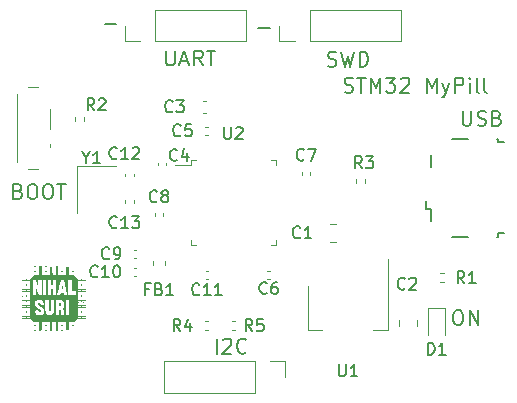
<source format=gbr>
%TF.GenerationSoftware,KiCad,Pcbnew,(6.0.1)*%
%TF.CreationDate,2022-02-23T01:52:36+01:00*%
%TF.ProjectId,stm32myPill,73746d33-326d-4795-9069-6c6c2e6b6963,rev?*%
%TF.SameCoordinates,Original*%
%TF.FileFunction,Legend,Top*%
%TF.FilePolarity,Positive*%
%FSLAX46Y46*%
G04 Gerber Fmt 4.6, Leading zero omitted, Abs format (unit mm)*
G04 Created by KiCad (PCBNEW (6.0.1)) date 2022-02-23 01:52:36*
%MOMM*%
%LPD*%
G01*
G04 APERTURE LIST*
%ADD10C,0.200000*%
%ADD11C,0.150000*%
%ADD12C,0.120000*%
G04 APERTURE END LIST*
D10*
X116926190Y-89115476D02*
X117164285Y-89115476D01*
X117283333Y-89175000D01*
X117402380Y-89294047D01*
X117461904Y-89532142D01*
X117461904Y-89948809D01*
X117402380Y-90186904D01*
X117283333Y-90305952D01*
X117164285Y-90365476D01*
X116926190Y-90365476D01*
X116807142Y-90305952D01*
X116688095Y-90186904D01*
X116628571Y-89948809D01*
X116628571Y-89532142D01*
X116688095Y-89294047D01*
X116807142Y-89175000D01*
X116926190Y-89115476D01*
X117997619Y-90365476D02*
X117997619Y-89115476D01*
X118711904Y-90365476D01*
X118711904Y-89115476D01*
X117422619Y-72215476D02*
X117422619Y-73227380D01*
X117482142Y-73346428D01*
X117541666Y-73405952D01*
X117660714Y-73465476D01*
X117898809Y-73465476D01*
X118017857Y-73405952D01*
X118077380Y-73346428D01*
X118136904Y-73227380D01*
X118136904Y-72215476D01*
X118672619Y-73405952D02*
X118851190Y-73465476D01*
X119148809Y-73465476D01*
X119267857Y-73405952D01*
X119327380Y-73346428D01*
X119386904Y-73227380D01*
X119386904Y-73108333D01*
X119327380Y-72989285D01*
X119267857Y-72929761D01*
X119148809Y-72870238D01*
X118910714Y-72810714D01*
X118791666Y-72751190D01*
X118732142Y-72691666D01*
X118672619Y-72572619D01*
X118672619Y-72453571D01*
X118732142Y-72334523D01*
X118791666Y-72275000D01*
X118910714Y-72215476D01*
X119208333Y-72215476D01*
X119386904Y-72275000D01*
X120339285Y-72810714D02*
X120517857Y-72870238D01*
X120577380Y-72929761D01*
X120636904Y-73048809D01*
X120636904Y-73227380D01*
X120577380Y-73346428D01*
X120517857Y-73405952D01*
X120398809Y-73465476D01*
X119922619Y-73465476D01*
X119922619Y-72215476D01*
X120339285Y-72215476D01*
X120458333Y-72275000D01*
X120517857Y-72334523D01*
X120577380Y-72453571D01*
X120577380Y-72572619D01*
X120517857Y-72691666D01*
X120458333Y-72751190D01*
X120339285Y-72810714D01*
X119922619Y-72810714D01*
X107417857Y-70605952D02*
X107596428Y-70665476D01*
X107894047Y-70665476D01*
X108013095Y-70605952D01*
X108072619Y-70546428D01*
X108132142Y-70427380D01*
X108132142Y-70308333D01*
X108072619Y-70189285D01*
X108013095Y-70129761D01*
X107894047Y-70070238D01*
X107655952Y-70010714D01*
X107536904Y-69951190D01*
X107477380Y-69891666D01*
X107417857Y-69772619D01*
X107417857Y-69653571D01*
X107477380Y-69534523D01*
X107536904Y-69475000D01*
X107655952Y-69415476D01*
X107953571Y-69415476D01*
X108132142Y-69475000D01*
X108489285Y-69415476D02*
X109203571Y-69415476D01*
X108846428Y-70665476D02*
X108846428Y-69415476D01*
X109620238Y-70665476D02*
X109620238Y-69415476D01*
X110036904Y-70308333D01*
X110453571Y-69415476D01*
X110453571Y-70665476D01*
X110929761Y-69415476D02*
X111703571Y-69415476D01*
X111286904Y-69891666D01*
X111465476Y-69891666D01*
X111584523Y-69951190D01*
X111644047Y-70010714D01*
X111703571Y-70129761D01*
X111703571Y-70427380D01*
X111644047Y-70546428D01*
X111584523Y-70605952D01*
X111465476Y-70665476D01*
X111108333Y-70665476D01*
X110989285Y-70605952D01*
X110929761Y-70546428D01*
X112179761Y-69534523D02*
X112239285Y-69475000D01*
X112358333Y-69415476D01*
X112655952Y-69415476D01*
X112775000Y-69475000D01*
X112834523Y-69534523D01*
X112894047Y-69653571D01*
X112894047Y-69772619D01*
X112834523Y-69951190D01*
X112120238Y-70665476D01*
X112894047Y-70665476D01*
X114382142Y-70665476D02*
X114382142Y-69415476D01*
X114798809Y-70308333D01*
X115215476Y-69415476D01*
X115215476Y-70665476D01*
X115691666Y-69832142D02*
X115989285Y-70665476D01*
X116286904Y-69832142D02*
X115989285Y-70665476D01*
X115870238Y-70963095D01*
X115810714Y-71022619D01*
X115691666Y-71082142D01*
X116763095Y-70665476D02*
X116763095Y-69415476D01*
X117239285Y-69415476D01*
X117358333Y-69475000D01*
X117417857Y-69534523D01*
X117477380Y-69653571D01*
X117477380Y-69832142D01*
X117417857Y-69951190D01*
X117358333Y-70010714D01*
X117239285Y-70070238D01*
X116763095Y-70070238D01*
X118013095Y-70665476D02*
X118013095Y-69832142D01*
X118013095Y-69415476D02*
X117953571Y-69475000D01*
X118013095Y-69534523D01*
X118072619Y-69475000D01*
X118013095Y-69415476D01*
X118013095Y-69534523D01*
X118786904Y-70665476D02*
X118667857Y-70605952D01*
X118608333Y-70486904D01*
X118608333Y-69415476D01*
X119441666Y-70665476D02*
X119322619Y-70605952D01*
X119263095Y-70486904D01*
X119263095Y-69415476D01*
X92305952Y-67115476D02*
X92305952Y-68127380D01*
X92365476Y-68246428D01*
X92425000Y-68305952D01*
X92544047Y-68365476D01*
X92782142Y-68365476D01*
X92901190Y-68305952D01*
X92960714Y-68246428D01*
X93020238Y-68127380D01*
X93020238Y-67115476D01*
X93555952Y-68008333D02*
X94151190Y-68008333D01*
X93436904Y-68365476D02*
X93853571Y-67115476D01*
X94270238Y-68365476D01*
X95401190Y-68365476D02*
X94984523Y-67770238D01*
X94686904Y-68365476D02*
X94686904Y-67115476D01*
X95163095Y-67115476D01*
X95282142Y-67175000D01*
X95341666Y-67234523D01*
X95401190Y-67353571D01*
X95401190Y-67532142D01*
X95341666Y-67651190D01*
X95282142Y-67710714D01*
X95163095Y-67770238D01*
X94686904Y-67770238D01*
X95758333Y-67115476D02*
X96472619Y-67115476D01*
X96115476Y-68365476D02*
X96115476Y-67115476D01*
X79803571Y-79010714D02*
X79982142Y-79070238D01*
X80041666Y-79129761D01*
X80101190Y-79248809D01*
X80101190Y-79427380D01*
X80041666Y-79546428D01*
X79982142Y-79605952D01*
X79863095Y-79665476D01*
X79386904Y-79665476D01*
X79386904Y-78415476D01*
X79803571Y-78415476D01*
X79922619Y-78475000D01*
X79982142Y-78534523D01*
X80041666Y-78653571D01*
X80041666Y-78772619D01*
X79982142Y-78891666D01*
X79922619Y-78951190D01*
X79803571Y-79010714D01*
X79386904Y-79010714D01*
X80875000Y-78415476D02*
X81113095Y-78415476D01*
X81232142Y-78475000D01*
X81351190Y-78594047D01*
X81410714Y-78832142D01*
X81410714Y-79248809D01*
X81351190Y-79486904D01*
X81232142Y-79605952D01*
X81113095Y-79665476D01*
X80875000Y-79665476D01*
X80755952Y-79605952D01*
X80636904Y-79486904D01*
X80577380Y-79248809D01*
X80577380Y-78832142D01*
X80636904Y-78594047D01*
X80755952Y-78475000D01*
X80875000Y-78415476D01*
X82184523Y-78415476D02*
X82422619Y-78415476D01*
X82541666Y-78475000D01*
X82660714Y-78594047D01*
X82720238Y-78832142D01*
X82720238Y-79248809D01*
X82660714Y-79486904D01*
X82541666Y-79605952D01*
X82422619Y-79665476D01*
X82184523Y-79665476D01*
X82065476Y-79605952D01*
X81946428Y-79486904D01*
X81886904Y-79248809D01*
X81886904Y-78832142D01*
X81946428Y-78594047D01*
X82065476Y-78475000D01*
X82184523Y-78415476D01*
X83077380Y-78415476D02*
X83791666Y-78415476D01*
X83434523Y-79665476D02*
X83434523Y-78415476D01*
X87123809Y-64889285D02*
X88076190Y-64889285D01*
X106003571Y-68405952D02*
X106182142Y-68465476D01*
X106479761Y-68465476D01*
X106598809Y-68405952D01*
X106658333Y-68346428D01*
X106717857Y-68227380D01*
X106717857Y-68108333D01*
X106658333Y-67989285D01*
X106598809Y-67929761D01*
X106479761Y-67870238D01*
X106241666Y-67810714D01*
X106122619Y-67751190D01*
X106063095Y-67691666D01*
X106003571Y-67572619D01*
X106003571Y-67453571D01*
X106063095Y-67334523D01*
X106122619Y-67275000D01*
X106241666Y-67215476D01*
X106539285Y-67215476D01*
X106717857Y-67275000D01*
X107134523Y-67215476D02*
X107432142Y-68465476D01*
X107670238Y-67572619D01*
X107908333Y-68465476D01*
X108205952Y-67215476D01*
X108682142Y-68465476D02*
X108682142Y-67215476D01*
X108979761Y-67215476D01*
X109158333Y-67275000D01*
X109277380Y-67394047D01*
X109336904Y-67513095D01*
X109396428Y-67751190D01*
X109396428Y-67929761D01*
X109336904Y-68167857D01*
X109277380Y-68286904D01*
X109158333Y-68405952D01*
X108979761Y-68465476D01*
X108682142Y-68465476D01*
X96579761Y-92765476D02*
X96579761Y-91515476D01*
X97115476Y-91634523D02*
X97175000Y-91575000D01*
X97294047Y-91515476D01*
X97591666Y-91515476D01*
X97710714Y-91575000D01*
X97770238Y-91634523D01*
X97829761Y-91753571D01*
X97829761Y-91872619D01*
X97770238Y-92051190D01*
X97055952Y-92765476D01*
X97829761Y-92765476D01*
X99079761Y-92646428D02*
X99020238Y-92705952D01*
X98841666Y-92765476D01*
X98722619Y-92765476D01*
X98544047Y-92705952D01*
X98425000Y-92586904D01*
X98365476Y-92467857D01*
X98305952Y-92229761D01*
X98305952Y-92051190D01*
X98365476Y-91813095D01*
X98425000Y-91694047D01*
X98544047Y-91575000D01*
X98722619Y-91515476D01*
X98841666Y-91515476D01*
X99020238Y-91575000D01*
X99079761Y-91634523D01*
X100123809Y-65189285D02*
X101076190Y-65189285D01*
D11*
%TO.C,U1*%
X106934095Y-93686380D02*
X106934095Y-94495904D01*
X106981714Y-94591142D01*
X107029333Y-94638761D01*
X107124571Y-94686380D01*
X107315047Y-94686380D01*
X107410285Y-94638761D01*
X107457904Y-94591142D01*
X107505523Y-94495904D01*
X107505523Y-93686380D01*
X108505523Y-94686380D02*
X107934095Y-94686380D01*
X108219809Y-94686380D02*
X108219809Y-93686380D01*
X108124571Y-93829238D01*
X108029333Y-93924476D01*
X107934095Y-93972095D01*
%TO.C,C6*%
X100833333Y-87623142D02*
X100785714Y-87670761D01*
X100642857Y-87718380D01*
X100547619Y-87718380D01*
X100404761Y-87670761D01*
X100309523Y-87575523D01*
X100261904Y-87480285D01*
X100214285Y-87289809D01*
X100214285Y-87146952D01*
X100261904Y-86956476D01*
X100309523Y-86861238D01*
X100404761Y-86766000D01*
X100547619Y-86718380D01*
X100642857Y-86718380D01*
X100785714Y-86766000D01*
X100833333Y-86813619D01*
X101690476Y-86718380D02*
X101500000Y-86718380D01*
X101404761Y-86766000D01*
X101357142Y-86813619D01*
X101261904Y-86956476D01*
X101214285Y-87146952D01*
X101214285Y-87527904D01*
X101261904Y-87623142D01*
X101309523Y-87670761D01*
X101404761Y-87718380D01*
X101595238Y-87718380D01*
X101690476Y-87670761D01*
X101738095Y-87623142D01*
X101785714Y-87527904D01*
X101785714Y-87289809D01*
X101738095Y-87194571D01*
X101690476Y-87146952D01*
X101595238Y-87099333D01*
X101404761Y-87099333D01*
X101309523Y-87146952D01*
X101261904Y-87194571D01*
X101214285Y-87289809D01*
%TO.C,C4*%
X93233333Y-76357142D02*
X93185714Y-76404761D01*
X93042857Y-76452380D01*
X92947619Y-76452380D01*
X92804761Y-76404761D01*
X92709523Y-76309523D01*
X92661904Y-76214285D01*
X92614285Y-76023809D01*
X92614285Y-75880952D01*
X92661904Y-75690476D01*
X92709523Y-75595238D01*
X92804761Y-75500000D01*
X92947619Y-75452380D01*
X93042857Y-75452380D01*
X93185714Y-75500000D01*
X93233333Y-75547619D01*
X94090476Y-75785714D02*
X94090476Y-76452380D01*
X93852380Y-75404761D02*
X93614285Y-76119047D01*
X94233333Y-76119047D01*
%TO.C,C11*%
X95115142Y-87733142D02*
X95067523Y-87780761D01*
X94924666Y-87828380D01*
X94829428Y-87828380D01*
X94686571Y-87780761D01*
X94591333Y-87685523D01*
X94543714Y-87590285D01*
X94496095Y-87399809D01*
X94496095Y-87256952D01*
X94543714Y-87066476D01*
X94591333Y-86971238D01*
X94686571Y-86876000D01*
X94829428Y-86828380D01*
X94924666Y-86828380D01*
X95067523Y-86876000D01*
X95115142Y-86923619D01*
X96067523Y-87828380D02*
X95496095Y-87828380D01*
X95781809Y-87828380D02*
X95781809Y-86828380D01*
X95686571Y-86971238D01*
X95591333Y-87066476D01*
X95496095Y-87114095D01*
X97019904Y-87828380D02*
X96448476Y-87828380D01*
X96734190Y-87828380D02*
X96734190Y-86828380D01*
X96638952Y-86971238D01*
X96543714Y-87066476D01*
X96448476Y-87114095D01*
%TO.C,C9*%
X87491333Y-84685142D02*
X87443714Y-84732761D01*
X87300857Y-84780380D01*
X87205619Y-84780380D01*
X87062761Y-84732761D01*
X86967523Y-84637523D01*
X86919904Y-84542285D01*
X86872285Y-84351809D01*
X86872285Y-84208952D01*
X86919904Y-84018476D01*
X86967523Y-83923238D01*
X87062761Y-83828000D01*
X87205619Y-83780380D01*
X87300857Y-83780380D01*
X87443714Y-83828000D01*
X87491333Y-83875619D01*
X87967523Y-84780380D02*
X88158000Y-84780380D01*
X88253238Y-84732761D01*
X88300857Y-84685142D01*
X88396095Y-84542285D01*
X88443714Y-84351809D01*
X88443714Y-83970857D01*
X88396095Y-83875619D01*
X88348476Y-83828000D01*
X88253238Y-83780380D01*
X88062761Y-83780380D01*
X87967523Y-83828000D01*
X87919904Y-83875619D01*
X87872285Y-83970857D01*
X87872285Y-84208952D01*
X87919904Y-84304190D01*
X87967523Y-84351809D01*
X88062761Y-84399428D01*
X88253238Y-84399428D01*
X88348476Y-84351809D01*
X88396095Y-84304190D01*
X88443714Y-84208952D01*
%TO.C,C2*%
X112533333Y-87257142D02*
X112485714Y-87304761D01*
X112342857Y-87352380D01*
X112247619Y-87352380D01*
X112104761Y-87304761D01*
X112009523Y-87209523D01*
X111961904Y-87114285D01*
X111914285Y-86923809D01*
X111914285Y-86780952D01*
X111961904Y-86590476D01*
X112009523Y-86495238D01*
X112104761Y-86400000D01*
X112247619Y-86352380D01*
X112342857Y-86352380D01*
X112485714Y-86400000D01*
X112533333Y-86447619D01*
X112914285Y-86447619D02*
X112961904Y-86400000D01*
X113057142Y-86352380D01*
X113295238Y-86352380D01*
X113390476Y-86400000D01*
X113438095Y-86447619D01*
X113485714Y-86542857D01*
X113485714Y-86638095D01*
X113438095Y-86780952D01*
X112866666Y-87352380D01*
X113485714Y-87352380D01*
%TO.C,D1*%
X114461904Y-92852380D02*
X114461904Y-91852380D01*
X114700000Y-91852380D01*
X114842857Y-91900000D01*
X114938095Y-91995238D01*
X114985714Y-92090476D01*
X115033333Y-92280952D01*
X115033333Y-92423809D01*
X114985714Y-92614285D01*
X114938095Y-92709523D01*
X114842857Y-92804761D01*
X114700000Y-92852380D01*
X114461904Y-92852380D01*
X115985714Y-92852380D02*
X115414285Y-92852380D01*
X115700000Y-92852380D02*
X115700000Y-91852380D01*
X115604761Y-91995238D01*
X115509523Y-92090476D01*
X115414285Y-92138095D01*
%TO.C,C10*%
X86507142Y-86209142D02*
X86459523Y-86256761D01*
X86316666Y-86304380D01*
X86221428Y-86304380D01*
X86078571Y-86256761D01*
X85983333Y-86161523D01*
X85935714Y-86066285D01*
X85888095Y-85875809D01*
X85888095Y-85732952D01*
X85935714Y-85542476D01*
X85983333Y-85447238D01*
X86078571Y-85352000D01*
X86221428Y-85304380D01*
X86316666Y-85304380D01*
X86459523Y-85352000D01*
X86507142Y-85399619D01*
X87459523Y-86304380D02*
X86888095Y-86304380D01*
X87173809Y-86304380D02*
X87173809Y-85304380D01*
X87078571Y-85447238D01*
X86983333Y-85542476D01*
X86888095Y-85590095D01*
X88078571Y-85304380D02*
X88173809Y-85304380D01*
X88269047Y-85352000D01*
X88316666Y-85399619D01*
X88364285Y-85494857D01*
X88411904Y-85685333D01*
X88411904Y-85923428D01*
X88364285Y-86113904D01*
X88316666Y-86209142D01*
X88269047Y-86256761D01*
X88173809Y-86304380D01*
X88078571Y-86304380D01*
X87983333Y-86256761D01*
X87935714Y-86209142D01*
X87888095Y-86113904D01*
X87840476Y-85923428D01*
X87840476Y-85685333D01*
X87888095Y-85494857D01*
X87935714Y-85399619D01*
X87983333Y-85352000D01*
X88078571Y-85304380D01*
%TO.C,U2*%
X97210095Y-73602380D02*
X97210095Y-74411904D01*
X97257714Y-74507142D01*
X97305333Y-74554761D01*
X97400571Y-74602380D01*
X97591047Y-74602380D01*
X97686285Y-74554761D01*
X97733904Y-74507142D01*
X97781523Y-74411904D01*
X97781523Y-73602380D01*
X98210095Y-73697619D02*
X98257714Y-73650000D01*
X98352952Y-73602380D01*
X98591047Y-73602380D01*
X98686285Y-73650000D01*
X98733904Y-73697619D01*
X98781523Y-73792857D01*
X98781523Y-73888095D01*
X98733904Y-74030952D01*
X98162476Y-74602380D01*
X98781523Y-74602380D01*
%TO.C,R3*%
X108887333Y-77068380D02*
X108554000Y-76592190D01*
X108315904Y-77068380D02*
X108315904Y-76068380D01*
X108696857Y-76068380D01*
X108792095Y-76116000D01*
X108839714Y-76163619D01*
X108887333Y-76258857D01*
X108887333Y-76401714D01*
X108839714Y-76496952D01*
X108792095Y-76544571D01*
X108696857Y-76592190D01*
X108315904Y-76592190D01*
X109220666Y-76068380D02*
X109839714Y-76068380D01*
X109506380Y-76449333D01*
X109649238Y-76449333D01*
X109744476Y-76496952D01*
X109792095Y-76544571D01*
X109839714Y-76639809D01*
X109839714Y-76877904D01*
X109792095Y-76973142D01*
X109744476Y-77020761D01*
X109649238Y-77068380D01*
X109363523Y-77068380D01*
X109268285Y-77020761D01*
X109220666Y-76973142D01*
%TO.C,C1*%
X103653333Y-82907142D02*
X103605714Y-82954761D01*
X103462857Y-83002380D01*
X103367619Y-83002380D01*
X103224761Y-82954761D01*
X103129523Y-82859523D01*
X103081904Y-82764285D01*
X103034285Y-82573809D01*
X103034285Y-82430952D01*
X103081904Y-82240476D01*
X103129523Y-82145238D01*
X103224761Y-82050000D01*
X103367619Y-82002380D01*
X103462857Y-82002380D01*
X103605714Y-82050000D01*
X103653333Y-82097619D01*
X104605714Y-83002380D02*
X104034285Y-83002380D01*
X104320000Y-83002380D02*
X104320000Y-82002380D01*
X104224761Y-82145238D01*
X104129523Y-82240476D01*
X104034285Y-82288095D01*
%TO.C,C12*%
X88131142Y-76209142D02*
X88083523Y-76256761D01*
X87940666Y-76304380D01*
X87845428Y-76304380D01*
X87702571Y-76256761D01*
X87607333Y-76161523D01*
X87559714Y-76066285D01*
X87512095Y-75875809D01*
X87512095Y-75732952D01*
X87559714Y-75542476D01*
X87607333Y-75447238D01*
X87702571Y-75352000D01*
X87845428Y-75304380D01*
X87940666Y-75304380D01*
X88083523Y-75352000D01*
X88131142Y-75399619D01*
X89083523Y-76304380D02*
X88512095Y-76304380D01*
X88797809Y-76304380D02*
X88797809Y-75304380D01*
X88702571Y-75447238D01*
X88607333Y-75542476D01*
X88512095Y-75590095D01*
X89464476Y-75399619D02*
X89512095Y-75352000D01*
X89607333Y-75304380D01*
X89845428Y-75304380D01*
X89940666Y-75352000D01*
X89988285Y-75399619D01*
X90035904Y-75494857D01*
X90035904Y-75590095D01*
X89988285Y-75732952D01*
X89416857Y-76304380D01*
X90035904Y-76304380D01*
%TO.C,R1*%
X117555333Y-86812380D02*
X117222000Y-86336190D01*
X116983904Y-86812380D02*
X116983904Y-85812380D01*
X117364857Y-85812380D01*
X117460095Y-85860000D01*
X117507714Y-85907619D01*
X117555333Y-86002857D01*
X117555333Y-86145714D01*
X117507714Y-86240952D01*
X117460095Y-86288571D01*
X117364857Y-86336190D01*
X116983904Y-86336190D01*
X118507714Y-86812380D02*
X117936285Y-86812380D01*
X118222000Y-86812380D02*
X118222000Y-85812380D01*
X118126761Y-85955238D01*
X118031523Y-86050476D01*
X117936285Y-86098095D01*
%TO.C,C3*%
X92853333Y-72239142D02*
X92805714Y-72286761D01*
X92662857Y-72334380D01*
X92567619Y-72334380D01*
X92424761Y-72286761D01*
X92329523Y-72191523D01*
X92281904Y-72096285D01*
X92234285Y-71905809D01*
X92234285Y-71762952D01*
X92281904Y-71572476D01*
X92329523Y-71477238D01*
X92424761Y-71382000D01*
X92567619Y-71334380D01*
X92662857Y-71334380D01*
X92805714Y-71382000D01*
X92853333Y-71429619D01*
X93186666Y-71334380D02*
X93805714Y-71334380D01*
X93472380Y-71715333D01*
X93615238Y-71715333D01*
X93710476Y-71762952D01*
X93758095Y-71810571D01*
X93805714Y-71905809D01*
X93805714Y-72143904D01*
X93758095Y-72239142D01*
X93710476Y-72286761D01*
X93615238Y-72334380D01*
X93329523Y-72334380D01*
X93234285Y-72286761D01*
X93186666Y-72239142D01*
%TO.C,Y1*%
X85523809Y-76176190D02*
X85523809Y-76652380D01*
X85190476Y-75652380D02*
X85523809Y-76176190D01*
X85857142Y-75652380D01*
X86714285Y-76652380D02*
X86142857Y-76652380D01*
X86428571Y-76652380D02*
X86428571Y-75652380D01*
X86333333Y-75795238D01*
X86238095Y-75890476D01*
X86142857Y-75938095D01*
%TO.C,R2*%
X86233333Y-72162380D02*
X85900000Y-71686190D01*
X85661904Y-72162380D02*
X85661904Y-71162380D01*
X86042857Y-71162380D01*
X86138095Y-71210000D01*
X86185714Y-71257619D01*
X86233333Y-71352857D01*
X86233333Y-71495714D01*
X86185714Y-71590952D01*
X86138095Y-71638571D01*
X86042857Y-71686190D01*
X85661904Y-71686190D01*
X86614285Y-71257619D02*
X86661904Y-71210000D01*
X86757142Y-71162380D01*
X86995238Y-71162380D01*
X87090476Y-71210000D01*
X87138095Y-71257619D01*
X87185714Y-71352857D01*
X87185714Y-71448095D01*
X87138095Y-71590952D01*
X86566666Y-72162380D01*
X87185714Y-72162380D01*
%TO.C,R4*%
X93515333Y-90868380D02*
X93182000Y-90392190D01*
X92943904Y-90868380D02*
X92943904Y-89868380D01*
X93324857Y-89868380D01*
X93420095Y-89916000D01*
X93467714Y-89963619D01*
X93515333Y-90058857D01*
X93515333Y-90201714D01*
X93467714Y-90296952D01*
X93420095Y-90344571D01*
X93324857Y-90392190D01*
X92943904Y-90392190D01*
X94372476Y-90201714D02*
X94372476Y-90868380D01*
X94134380Y-89820761D02*
X93896285Y-90535047D01*
X94515333Y-90535047D01*
%TO.C,C8*%
X91527333Y-79861142D02*
X91479714Y-79908761D01*
X91336857Y-79956380D01*
X91241619Y-79956380D01*
X91098761Y-79908761D01*
X91003523Y-79813523D01*
X90955904Y-79718285D01*
X90908285Y-79527809D01*
X90908285Y-79384952D01*
X90955904Y-79194476D01*
X91003523Y-79099238D01*
X91098761Y-79004000D01*
X91241619Y-78956380D01*
X91336857Y-78956380D01*
X91479714Y-79004000D01*
X91527333Y-79051619D01*
X92098761Y-79384952D02*
X92003523Y-79337333D01*
X91955904Y-79289714D01*
X91908285Y-79194476D01*
X91908285Y-79146857D01*
X91955904Y-79051619D01*
X92003523Y-79004000D01*
X92098761Y-78956380D01*
X92289238Y-78956380D01*
X92384476Y-79004000D01*
X92432095Y-79051619D01*
X92479714Y-79146857D01*
X92479714Y-79194476D01*
X92432095Y-79289714D01*
X92384476Y-79337333D01*
X92289238Y-79384952D01*
X92098761Y-79384952D01*
X92003523Y-79432571D01*
X91955904Y-79480190D01*
X91908285Y-79575428D01*
X91908285Y-79765904D01*
X91955904Y-79861142D01*
X92003523Y-79908761D01*
X92098761Y-79956380D01*
X92289238Y-79956380D01*
X92384476Y-79908761D01*
X92432095Y-79861142D01*
X92479714Y-79765904D01*
X92479714Y-79575428D01*
X92432095Y-79480190D01*
X92384476Y-79432571D01*
X92289238Y-79384952D01*
%TO.C,C7*%
X103973333Y-76333142D02*
X103925714Y-76380761D01*
X103782857Y-76428380D01*
X103687619Y-76428380D01*
X103544761Y-76380761D01*
X103449523Y-76285523D01*
X103401904Y-76190285D01*
X103354285Y-75999809D01*
X103354285Y-75856952D01*
X103401904Y-75666476D01*
X103449523Y-75571238D01*
X103544761Y-75476000D01*
X103687619Y-75428380D01*
X103782857Y-75428380D01*
X103925714Y-75476000D01*
X103973333Y-75523619D01*
X104306666Y-75428380D02*
X104973333Y-75428380D01*
X104544761Y-76428380D01*
%TO.C,FB1*%
X90860666Y-87304571D02*
X90527333Y-87304571D01*
X90527333Y-87828380D02*
X90527333Y-86828380D01*
X91003523Y-86828380D01*
X91717809Y-87304571D02*
X91860666Y-87352190D01*
X91908285Y-87399809D01*
X91955904Y-87495047D01*
X91955904Y-87637904D01*
X91908285Y-87733142D01*
X91860666Y-87780761D01*
X91765428Y-87828380D01*
X91384476Y-87828380D01*
X91384476Y-86828380D01*
X91717809Y-86828380D01*
X91813047Y-86876000D01*
X91860666Y-86923619D01*
X91908285Y-87018857D01*
X91908285Y-87114095D01*
X91860666Y-87209333D01*
X91813047Y-87256952D01*
X91717809Y-87304571D01*
X91384476Y-87304571D01*
X92908285Y-87828380D02*
X92336857Y-87828380D01*
X92622571Y-87828380D02*
X92622571Y-86828380D01*
X92527333Y-86971238D01*
X92432095Y-87066476D01*
X92336857Y-87114095D01*
%TO.C,R5*%
X99609333Y-90868380D02*
X99276000Y-90392190D01*
X99037904Y-90868380D02*
X99037904Y-89868380D01*
X99418857Y-89868380D01*
X99514095Y-89916000D01*
X99561714Y-89963619D01*
X99609333Y-90058857D01*
X99609333Y-90201714D01*
X99561714Y-90296952D01*
X99514095Y-90344571D01*
X99418857Y-90392190D01*
X99037904Y-90392190D01*
X100514095Y-89868380D02*
X100037904Y-89868380D01*
X99990285Y-90344571D01*
X100037904Y-90296952D01*
X100133142Y-90249333D01*
X100371238Y-90249333D01*
X100466476Y-90296952D01*
X100514095Y-90344571D01*
X100561714Y-90439809D01*
X100561714Y-90677904D01*
X100514095Y-90773142D01*
X100466476Y-90820761D01*
X100371238Y-90868380D01*
X100133142Y-90868380D01*
X100037904Y-90820761D01*
X99990285Y-90773142D01*
%TO.C,C13*%
X88131142Y-82051142D02*
X88083523Y-82098761D01*
X87940666Y-82146380D01*
X87845428Y-82146380D01*
X87702571Y-82098761D01*
X87607333Y-82003523D01*
X87559714Y-81908285D01*
X87512095Y-81717809D01*
X87512095Y-81574952D01*
X87559714Y-81384476D01*
X87607333Y-81289238D01*
X87702571Y-81194000D01*
X87845428Y-81146380D01*
X87940666Y-81146380D01*
X88083523Y-81194000D01*
X88131142Y-81241619D01*
X89083523Y-82146380D02*
X88512095Y-82146380D01*
X88797809Y-82146380D02*
X88797809Y-81146380D01*
X88702571Y-81289238D01*
X88607333Y-81384476D01*
X88512095Y-81432095D01*
X89416857Y-81146380D02*
X90035904Y-81146380D01*
X89702571Y-81527333D01*
X89845428Y-81527333D01*
X89940666Y-81574952D01*
X89988285Y-81622571D01*
X90035904Y-81717809D01*
X90035904Y-81955904D01*
X89988285Y-82051142D01*
X89940666Y-82098761D01*
X89845428Y-82146380D01*
X89559714Y-82146380D01*
X89464476Y-82098761D01*
X89416857Y-82051142D01*
%TO.C,C5*%
X93531333Y-74271142D02*
X93483714Y-74318761D01*
X93340857Y-74366380D01*
X93245619Y-74366380D01*
X93102761Y-74318761D01*
X93007523Y-74223523D01*
X92959904Y-74128285D01*
X92912285Y-73937809D01*
X92912285Y-73794952D01*
X92959904Y-73604476D01*
X93007523Y-73509238D01*
X93102761Y-73414000D01*
X93245619Y-73366380D01*
X93340857Y-73366380D01*
X93483714Y-73414000D01*
X93531333Y-73461619D01*
X94436095Y-73366380D02*
X93959904Y-73366380D01*
X93912285Y-73842571D01*
X93959904Y-73794952D01*
X94055142Y-73747333D01*
X94293238Y-73747333D01*
X94388476Y-73794952D01*
X94436095Y-73842571D01*
X94483714Y-73937809D01*
X94483714Y-74175904D01*
X94436095Y-74271142D01*
X94388476Y-74318761D01*
X94293238Y-74366380D01*
X94055142Y-74366380D01*
X93959904Y-74318761D01*
X93912285Y-74271142D01*
D12*
%TO.C,U1*%
X111106000Y-84800000D02*
X111106000Y-90810000D01*
X104286000Y-87050000D02*
X104286000Y-90810000D01*
X111106000Y-90810000D02*
X109846000Y-90810000D01*
X104286000Y-90810000D02*
X105546000Y-90810000D01*
%TO.C,C6*%
X101107836Y-86466000D02*
X100892164Y-86466000D01*
X101107836Y-85746000D02*
X100892164Y-85746000D01*
D11*
%TO.C,J1*%
X114745000Y-80545000D02*
X114745000Y-81545000D01*
X120445000Y-82895000D02*
X120445000Y-82595000D01*
X116495000Y-82895000D02*
X117895000Y-82895000D01*
X114320000Y-79820000D02*
X114320000Y-80545000D01*
X120295000Y-82895000D02*
X120445000Y-82895000D01*
X117895000Y-74595000D02*
X116495000Y-74595000D01*
X120445000Y-74895000D02*
X120445000Y-74595000D01*
X120445000Y-74595000D02*
X120295000Y-74595000D01*
X120445000Y-82595000D02*
X120895000Y-82595000D01*
X120895000Y-74895000D02*
X120445000Y-74895000D01*
X114745000Y-76945000D02*
X114745000Y-75945000D01*
X114320000Y-80545000D02*
X114745000Y-80545000D01*
%TO.C,G\u002A\u002A\u002A*%
G36*
X83344731Y-88517233D02*
G01*
X83371753Y-88521997D01*
X83389835Y-88532784D01*
X83403287Y-88547791D01*
X83423133Y-88588339D01*
X83429331Y-88636063D01*
X83422034Y-88681995D01*
X83401395Y-88717162D01*
X83400384Y-88718134D01*
X83378582Y-88733616D01*
X83350225Y-88741622D01*
X83307340Y-88744191D01*
X83298352Y-88744234D01*
X83224102Y-88744234D01*
X83224102Y-88516162D01*
X83301255Y-88516162D01*
X83344731Y-88517233D01*
G37*
G36*
X84318309Y-90118667D02*
G01*
X84070368Y-90118667D01*
X84064366Y-90466777D01*
X84058365Y-90814886D01*
X83866304Y-90814886D01*
X83862648Y-90602819D01*
X83896313Y-90602819D01*
X83896901Y-90663742D01*
X83898514Y-90715897D01*
X83900925Y-90754662D01*
X83903908Y-90775415D01*
X83904869Y-90777428D01*
X83921078Y-90781858D01*
X83952031Y-90783086D01*
X83967889Y-90782429D01*
X84022353Y-90778875D01*
X84025684Y-90607821D01*
X84029014Y-90436767D01*
X83896313Y-90436767D01*
X83896313Y-90602819D01*
X83862648Y-90602819D01*
X83860302Y-90466777D01*
X83858888Y-90388752D01*
X83895527Y-90388752D01*
X84029141Y-90388752D01*
X84025747Y-90253710D01*
X84022353Y-90118667D01*
X83902315Y-90118667D01*
X83898921Y-90253710D01*
X83895527Y-90388752D01*
X83858888Y-90388752D01*
X83858476Y-90366049D01*
X83856738Y-90286794D01*
X83854892Y-90226480D01*
X83852739Y-90182573D01*
X83850083Y-90152542D01*
X83846725Y-90133852D01*
X83842470Y-90123972D01*
X83837119Y-90120369D01*
X83833294Y-90120167D01*
X83812264Y-90121003D01*
X83774065Y-90121950D01*
X83725533Y-90122850D01*
X83704253Y-90123168D01*
X83596219Y-90124669D01*
X83596219Y-90820888D01*
X83506899Y-90820888D01*
X83462881Y-90819514D01*
X83428934Y-90815884D01*
X83411556Y-90810742D01*
X83410803Y-90809925D01*
X83409036Y-90795500D01*
X83408550Y-90784877D01*
X83440170Y-90784877D01*
X83560208Y-90784877D01*
X83560208Y-90436767D01*
X83440170Y-90436767D01*
X83440170Y-90784877D01*
X83408550Y-90784877D01*
X83407421Y-90760233D01*
X83406023Y-90707290D01*
X83404905Y-90639834D01*
X83404133Y-90561032D01*
X83403769Y-90474049D01*
X83403755Y-90461815D01*
X83403696Y-90388752D01*
X83439384Y-90388752D01*
X83560208Y-90388752D01*
X83560208Y-90111350D01*
X83503190Y-90115008D01*
X83446172Y-90118667D01*
X83442778Y-90253710D01*
X83439384Y-90388752D01*
X83403696Y-90388752D01*
X83403482Y-90124669D01*
X83270919Y-90124669D01*
X83213147Y-90124857D01*
X83175284Y-90125988D01*
X83153232Y-90128910D01*
X83142894Y-90134473D01*
X83140172Y-90143525D01*
X83140545Y-90151677D01*
X83141081Y-90170589D01*
X83141470Y-90210043D01*
X83141703Y-90266574D01*
X83141773Y-90336716D01*
X83141670Y-90417005D01*
X83141404Y-90499787D01*
X83140075Y-90820888D01*
X82948015Y-90820888D01*
X82948015Y-90784877D01*
X82984026Y-90784877D01*
X83104064Y-90784877D01*
X83104064Y-90436767D01*
X82984026Y-90436767D01*
X82984026Y-90784877D01*
X82948015Y-90784877D01*
X82948015Y-90388752D01*
X82983240Y-90388752D01*
X83104064Y-90388752D01*
X83104064Y-90111350D01*
X83047046Y-90115008D01*
X82990028Y-90118667D01*
X82986634Y-90253710D01*
X82983240Y-90388752D01*
X82948015Y-90388752D01*
X82948015Y-90127293D01*
X82855850Y-90122639D01*
X82805042Y-90120951D01*
X82758293Y-90120899D01*
X82725240Y-90122482D01*
X82723808Y-90122640D01*
X82683932Y-90127295D01*
X82683932Y-90821898D01*
X82590902Y-90818392D01*
X82497873Y-90814886D01*
X82497356Y-90784877D01*
X82527882Y-90784877D01*
X82647920Y-90784877D01*
X82647920Y-90436767D01*
X82527882Y-90436767D01*
X82527882Y-90784877D01*
X82497356Y-90784877D01*
X82491871Y-90466777D01*
X82490526Y-90388752D01*
X82527096Y-90388752D01*
X82647920Y-90388752D01*
X82647920Y-90111350D01*
X82590902Y-90115008D01*
X82533884Y-90118667D01*
X82530490Y-90253710D01*
X82527096Y-90388752D01*
X82490526Y-90388752D01*
X82485869Y-90118667D01*
X82359830Y-90119071D01*
X82233790Y-90119475D01*
X82230608Y-90470181D01*
X82227425Y-90820888D01*
X82035727Y-90820888D01*
X82035727Y-90784877D01*
X82071739Y-90784877D01*
X82191777Y-90784877D01*
X82191777Y-90436767D01*
X82071739Y-90436767D01*
X82071739Y-90784877D01*
X82035727Y-90784877D01*
X82035727Y-90388752D01*
X82071739Y-90388752D01*
X82191777Y-90388752D01*
X82191777Y-90112665D01*
X82071739Y-90112665D01*
X82071739Y-90388752D01*
X82035727Y-90388752D01*
X82035727Y-90124669D01*
X81942698Y-90123460D01*
X81892423Y-90122635D01*
X81846980Y-90121594D01*
X81815534Y-90120548D01*
X81813658Y-90120459D01*
X81777646Y-90118667D01*
X81771644Y-90466777D01*
X81765642Y-90814886D01*
X81579584Y-90821898D01*
X81579584Y-90784877D01*
X81615595Y-90784877D01*
X81735633Y-90784877D01*
X81735633Y-90436767D01*
X81615595Y-90436767D01*
X81615595Y-90784877D01*
X81579584Y-90784877D01*
X81579584Y-90475284D01*
X81579423Y-90388752D01*
X81615595Y-90388752D01*
X81736419Y-90388752D01*
X81733025Y-90253710D01*
X81729631Y-90118667D01*
X81672613Y-90115008D01*
X81615595Y-90111350D01*
X81615595Y-90388752D01*
X81579423Y-90388752D01*
X81579419Y-90386547D01*
X81578953Y-90305862D01*
X81578229Y-90236280D01*
X81577289Y-90180847D01*
X81576177Y-90142613D01*
X81574936Y-90124626D01*
X81574632Y-90123669D01*
X81561332Y-90121949D01*
X81529240Y-90121209D01*
X81483552Y-90121496D01*
X81442773Y-90122437D01*
X81315866Y-90126206D01*
X81312682Y-90470546D01*
X81309499Y-90814886D01*
X81216469Y-90818392D01*
X81123440Y-90821898D01*
X81123440Y-90784877D01*
X81159451Y-90784877D01*
X81279489Y-90784877D01*
X81279489Y-90436767D01*
X81159451Y-90436767D01*
X81159451Y-90784877D01*
X81123440Y-90784877D01*
X81123440Y-90388752D01*
X81159451Y-90388752D01*
X81280276Y-90388752D01*
X81276881Y-90253710D01*
X81273487Y-90118667D01*
X81216469Y-90115008D01*
X81159451Y-90111350D01*
X81159451Y-90388752D01*
X81123440Y-90388752D01*
X81123440Y-90118989D01*
X81115817Y-90111350D01*
X80964557Y-89959778D01*
X80805673Y-89800567D01*
X80103119Y-89800567D01*
X80103119Y-89764555D01*
X80126305Y-89764555D01*
X80487240Y-89764555D01*
X80487240Y-89712867D01*
X80531536Y-89712867D01*
X80532997Y-89737547D01*
X80535749Y-89749162D01*
X80542786Y-89756856D01*
X80558325Y-89761437D01*
X80586580Y-89763709D01*
X80631764Y-89764479D01*
X80674250Y-89764555D01*
X80811574Y-89764555D01*
X84819289Y-89764555D01*
X85096692Y-89764555D01*
X85144707Y-89764555D01*
X85492816Y-89764555D01*
X85492816Y-89644518D01*
X85144707Y-89644518D01*
X85144707Y-89764555D01*
X85096692Y-89764555D01*
X85096692Y-89643731D01*
X84961649Y-89647125D01*
X84826606Y-89650520D01*
X84822948Y-89707537D01*
X84819289Y-89764555D01*
X80811574Y-89764555D01*
X80808457Y-89707537D01*
X80805340Y-89650520D01*
X80671716Y-89647139D01*
X80538091Y-89643758D01*
X80533580Y-89677148D01*
X80531536Y-89712867D01*
X80487240Y-89712867D01*
X80487240Y-89643876D01*
X80311054Y-89647198D01*
X80134869Y-89650520D01*
X80130587Y-89707537D01*
X80126305Y-89764555D01*
X80103119Y-89764555D01*
X80103119Y-89608506D01*
X80812154Y-89608506D01*
X80808747Y-89479466D01*
X80805340Y-89350425D01*
X80454229Y-89347243D01*
X80103119Y-89344060D01*
X80103119Y-89309198D01*
X80535255Y-89309198D01*
X80670297Y-89305804D01*
X80805340Y-89302410D01*
X80805340Y-89194376D01*
X80670297Y-89190982D01*
X80535255Y-89187588D01*
X80535255Y-89309198D01*
X80103119Y-89309198D01*
X80103119Y-89242391D01*
X80131641Y-89242391D01*
X80131892Y-89275063D01*
X80134363Y-89296721D01*
X80135350Y-89299409D01*
X80148568Y-89302608D01*
X80181393Y-89305306D01*
X80229426Y-89307282D01*
X80288266Y-89308313D01*
X80313893Y-89308412D01*
X80487240Y-89308412D01*
X80487240Y-89187732D01*
X80133128Y-89194376D01*
X80131641Y-89242391D01*
X80103119Y-89242391D01*
X80103119Y-89152363D01*
X80812154Y-89152363D01*
X80805340Y-88894281D01*
X80454229Y-88891099D01*
X80103119Y-88887917D01*
X80103119Y-88763652D01*
X80129809Y-88763652D01*
X80131803Y-88795327D01*
X80133203Y-88804694D01*
X80141240Y-88852268D01*
X80487240Y-88852268D01*
X80487240Y-88782688D01*
X80532509Y-88782688D01*
X80533291Y-88797182D01*
X80537733Y-88853031D01*
X80671536Y-88849649D01*
X80805340Y-88846266D01*
X80805340Y-88738232D01*
X80680112Y-88734787D01*
X80626824Y-88733809D01*
X80582125Y-88733898D01*
X80551695Y-88734988D01*
X80541866Y-88736337D01*
X80534483Y-88750844D01*
X80532509Y-88782688D01*
X80487240Y-88782688D01*
X80487240Y-88732230D01*
X80313893Y-88732230D01*
X80241709Y-88733086D01*
X80185795Y-88735535D01*
X80148697Y-88739403D01*
X80132965Y-88744514D01*
X80132856Y-88744675D01*
X80129809Y-88763652D01*
X80103119Y-88763652D01*
X80103119Y-88696582D01*
X80454229Y-88693399D01*
X80805340Y-88690217D01*
X80805340Y-88546172D01*
X81201465Y-88546172D01*
X81202045Y-88603056D01*
X81204709Y-88643114D01*
X81210840Y-88673516D01*
X81221822Y-88701433D01*
X81237025Y-88730410D01*
X81267468Y-88776130D01*
X81306172Y-88822394D01*
X81328493Y-88844446D01*
X81351186Y-88864072D01*
X81374132Y-88882130D01*
X81400894Y-88900912D01*
X81435037Y-88922711D01*
X81480122Y-88949820D01*
X81539713Y-88984532D01*
X81600704Y-89019590D01*
X81660231Y-89057078D01*
X81698611Y-89090014D01*
X81717713Y-89120692D01*
X81719401Y-89151402D01*
X81716485Y-89161847D01*
X81694656Y-89191014D01*
X81656865Y-89211894D01*
X81610570Y-89221462D01*
X81574565Y-89219360D01*
X81528352Y-89200021D01*
X81487444Y-89164388D01*
X81459354Y-89119949D01*
X81452664Y-89097879D01*
X81445574Y-89070337D01*
X81438255Y-89056530D01*
X81437203Y-89056164D01*
X81423268Y-89059821D01*
X81392012Y-89069796D01*
X81348734Y-89084364D01*
X81318905Y-89094694D01*
X81269454Y-89111818D01*
X81237091Y-89125432D01*
X81219750Y-89140481D01*
X81215370Y-89161908D01*
X81221885Y-89194659D01*
X81237231Y-89243678D01*
X81245723Y-89270020D01*
X81282047Y-89353172D01*
X81332886Y-89425393D01*
X81394633Y-89482865D01*
X81463684Y-89521764D01*
X81492118Y-89531156D01*
X81559025Y-89540523D01*
X81638972Y-89538341D01*
X81724186Y-89525033D01*
X81757918Y-89516714D01*
X81808307Y-89497369D01*
X81853410Y-89466134D01*
X81879228Y-89442047D01*
X81927689Y-89382203D01*
X81959127Y-89314598D01*
X81975263Y-89234484D01*
X81978376Y-89168619D01*
X81976617Y-89114979D01*
X81969539Y-89073322D01*
X81954440Y-89031766D01*
X81940533Y-89002194D01*
X81908673Y-88947906D01*
X81867354Y-88897664D01*
X81813463Y-88848735D01*
X81743885Y-88798391D01*
X81655507Y-88743902D01*
X81627685Y-88727936D01*
X81572937Y-88695621D01*
X81524678Y-88664734D01*
X81487427Y-88638340D01*
X81465702Y-88619505D01*
X81463275Y-88616410D01*
X81452062Y-88581139D01*
X81463163Y-88547512D01*
X81494946Y-88518896D01*
X81515530Y-88508565D01*
X81572182Y-88496294D01*
X81625801Y-88505199D01*
X81671404Y-88533022D01*
X81704008Y-88577508D01*
X81711668Y-88597375D01*
X81721742Y-88630096D01*
X81729055Y-88653778D01*
X81729920Y-88656565D01*
X81740618Y-88661069D01*
X81768564Y-88656896D01*
X81815670Y-88643670D01*
X81846045Y-88633865D01*
X81893925Y-88617785D01*
X81932398Y-88604512D01*
X81956349Y-88595830D01*
X81961664Y-88593534D01*
X81960990Y-88581181D01*
X81955305Y-88552216D01*
X81946955Y-88517387D01*
X81911622Y-88414630D01*
X81863166Y-88329056D01*
X81802724Y-88262229D01*
X81731435Y-88215711D01*
X81725358Y-88212941D01*
X81694897Y-88204064D01*
X82081609Y-88204064D01*
X82086729Y-88675212D01*
X82088244Y-88803264D01*
X82089957Y-88910001D01*
X82092171Y-88998116D01*
X82095186Y-89070302D01*
X82099306Y-89129251D01*
X82104833Y-89177655D01*
X82112068Y-89218209D01*
X82121315Y-89253603D01*
X82132876Y-89286532D01*
X82147052Y-89319687D01*
X82162807Y-89352999D01*
X82196514Y-89406603D01*
X82241774Y-89457055D01*
X82291826Y-89497850D01*
X82338404Y-89521986D01*
X82370139Y-89528246D01*
X82416122Y-89532153D01*
X82466641Y-89532897D01*
X82468806Y-89532845D01*
X82520643Y-89530063D01*
X82551569Y-89524480D01*
X82948015Y-89524480D01*
X83224102Y-89524480D01*
X83224102Y-89056332D01*
X83271099Y-89056332D01*
X83309906Y-89061620D01*
X83340952Y-89081296D01*
X83352052Y-89092308D01*
X83375742Y-89121091D01*
X83392771Y-89152473D01*
X83404191Y-89191006D01*
X83411056Y-89241243D01*
X83414419Y-89307734D01*
X83415249Y-89365430D01*
X83416162Y-89524480D01*
X83668242Y-89524480D01*
X83800283Y-89524480D01*
X84076370Y-89524480D01*
X84076370Y-89308412D01*
X84820605Y-89308412D01*
X85492816Y-89308412D01*
X85492816Y-89188374D01*
X85144707Y-89188374D01*
X85144707Y-89308412D01*
X85096692Y-89308412D01*
X85096692Y-89188374D01*
X84820605Y-89188374D01*
X84820605Y-89308412D01*
X84076370Y-89308412D01*
X84076370Y-88852268D01*
X84819289Y-88852268D01*
X85492816Y-88852268D01*
X85492816Y-88732230D01*
X85144707Y-88732230D01*
X85144707Y-88852268D01*
X85096692Y-88852268D01*
X85096692Y-88731444D01*
X84826606Y-88738232D01*
X84822948Y-88795250D01*
X84819289Y-88852268D01*
X84076370Y-88852268D01*
X84076370Y-88396124D01*
X84820605Y-88396124D01*
X85096692Y-88396124D01*
X85144707Y-88396124D01*
X85492816Y-88396124D01*
X85492816Y-88276087D01*
X85144707Y-88276087D01*
X85144707Y-88396124D01*
X85096692Y-88396124D01*
X85096692Y-88276087D01*
X84820605Y-88276087D01*
X84820605Y-88396124D01*
X84076370Y-88396124D01*
X84076370Y-88204064D01*
X83800283Y-88204064D01*
X83800283Y-89524480D01*
X83668242Y-89524480D01*
X83668242Y-89351494D01*
X83665676Y-89246908D01*
X83657470Y-89162185D01*
X83642857Y-89093679D01*
X83621071Y-89037747D01*
X83592866Y-88992718D01*
X83563218Y-88953847D01*
X83597527Y-88912749D01*
X83633205Y-88858637D01*
X83657076Y-88794045D01*
X83670263Y-88714818D01*
X83673919Y-88630198D01*
X83666921Y-88516277D01*
X83645048Y-88420725D01*
X83607959Y-88342803D01*
X83555315Y-88281772D01*
X83494461Y-88240731D01*
X83473233Y-88230312D01*
X83453024Y-88222494D01*
X83429953Y-88216835D01*
X83400140Y-88212897D01*
X83359705Y-88210238D01*
X83304768Y-88208420D01*
X83231448Y-88207002D01*
X83191477Y-88206378D01*
X82948015Y-88202691D01*
X82948015Y-89524480D01*
X82551569Y-89524480D01*
X82558183Y-89523286D01*
X82591090Y-89510019D01*
X82618853Y-89494121D01*
X82682617Y-89441067D01*
X82736112Y-89367218D01*
X82778404Y-89273898D01*
X82782426Y-89262217D01*
X82789076Y-89241417D01*
X82794553Y-89220860D01*
X82798995Y-89198001D01*
X82802540Y-89170293D01*
X82805326Y-89135187D01*
X82807492Y-89090138D01*
X82809175Y-89032598D01*
X82810514Y-88960020D01*
X82811647Y-88869857D01*
X82812712Y-88759563D01*
X82813286Y-88693218D01*
X82817438Y-88204064D01*
X82554323Y-88204064D01*
X82548718Y-88645203D01*
X82546942Y-88770695D01*
X82544921Y-88874446D01*
X82542392Y-88958725D01*
X82539089Y-89025798D01*
X82534746Y-89077932D01*
X82529098Y-89117396D01*
X82521881Y-89146456D01*
X82512830Y-89167379D01*
X82501679Y-89182434D01*
X82488163Y-89193887D01*
X82484260Y-89196534D01*
X82451673Y-89206245D01*
X82420817Y-89192834D01*
X82393297Y-89157186D01*
X82385979Y-89142394D01*
X82380718Y-89127992D01*
X82376381Y-89108758D01*
X82372850Y-89082253D01*
X82370005Y-89046043D01*
X82367728Y-88997690D01*
X82365901Y-88934759D01*
X82364406Y-88854813D01*
X82363123Y-88755415D01*
X82362087Y-88651205D01*
X82358029Y-88204064D01*
X82081609Y-88204064D01*
X81694897Y-88204064D01*
X81690186Y-88202691D01*
X81673650Y-88197872D01*
X81607890Y-88189756D01*
X81537104Y-88188922D01*
X81470314Y-88195700D01*
X81439652Y-88202484D01*
X81363300Y-88235375D01*
X81295688Y-88286819D01*
X81243443Y-88351624D01*
X81238486Y-88360113D01*
X81221330Y-88392475D01*
X81210482Y-88420218D01*
X81204509Y-88450538D01*
X81201981Y-88490628D01*
X81201465Y-88546172D01*
X80805340Y-88546172D01*
X80805340Y-88438138D01*
X80454229Y-88434955D01*
X80103119Y-88431773D01*
X80103119Y-88319437D01*
X80131065Y-88319437D01*
X80133082Y-88331813D01*
X80137324Y-88363044D01*
X80138212Y-88375118D01*
X80140587Y-88383352D01*
X80149265Y-88389117D01*
X80167837Y-88392846D01*
X80199894Y-88394970D01*
X80249027Y-88395919D01*
X80313185Y-88396124D01*
X80487240Y-88396124D01*
X80487240Y-88295231D01*
X80531892Y-88295231D01*
X80532244Y-88324681D01*
X80533309Y-88341261D01*
X80537672Y-88396124D01*
X80811342Y-88396124D01*
X80811342Y-88276087D01*
X80675299Y-88276087D01*
X80620737Y-88276515D01*
X80575656Y-88277677D01*
X80545073Y-88279391D01*
X80534101Y-88281242D01*
X80531892Y-88295231D01*
X80487240Y-88295231D01*
X80487240Y-88276087D01*
X80314469Y-88276087D01*
X80242808Y-88276461D01*
X80191908Y-88278247D01*
X80158527Y-88282441D01*
X80139421Y-88290040D01*
X80131348Y-88302040D01*
X80131065Y-88319437D01*
X80103119Y-88319437D01*
X80103119Y-88240075D01*
X80812154Y-88240075D01*
X80808747Y-88111035D01*
X80805340Y-87981994D01*
X80454229Y-87978812D01*
X80103119Y-87975629D01*
X80103119Y-87940767D01*
X80535255Y-87940767D01*
X80670297Y-87937373D01*
X80805340Y-87933979D01*
X80808999Y-87876961D01*
X80809320Y-87871959D01*
X84820605Y-87871959D01*
X84822307Y-87905644D01*
X84826581Y-87928253D01*
X84828607Y-87931978D01*
X84843204Y-87935237D01*
X84876516Y-87937857D01*
X84923253Y-87939530D01*
X84966651Y-87939981D01*
X85096692Y-87939981D01*
X85144707Y-87939981D01*
X85492816Y-87939981D01*
X85492816Y-87819943D01*
X85144707Y-87819943D01*
X85144707Y-87939981D01*
X85096692Y-87939981D01*
X85096692Y-87819943D01*
X84820605Y-87819943D01*
X84820605Y-87871959D01*
X80809320Y-87871959D01*
X80812657Y-87819943D01*
X80535255Y-87819943D01*
X80535255Y-87940767D01*
X80103119Y-87940767D01*
X80103119Y-87825945D01*
X80135410Y-87825945D01*
X80136347Y-87876961D01*
X80137124Y-87909770D01*
X80137951Y-87930938D01*
X80138207Y-87933979D01*
X80149846Y-87936102D01*
X80181243Y-87937895D01*
X80228146Y-87939213D01*
X80286305Y-87939909D01*
X80313185Y-87939981D01*
X80487240Y-87939981D01*
X80487240Y-87819301D01*
X80135410Y-87825945D01*
X80103119Y-87825945D01*
X80103119Y-87807939D01*
X81039414Y-87807939D01*
X81315074Y-87807939D01*
X81318288Y-87516936D01*
X81321503Y-87225932D01*
X81537571Y-87807688D01*
X81648606Y-87807814D01*
X81759641Y-87807939D01*
X81891682Y-87807939D01*
X82155765Y-87807939D01*
X82275596Y-87807939D01*
X82551890Y-87807939D01*
X82551890Y-87315784D01*
X82731947Y-87315784D01*
X82731947Y-87807939D01*
X83008240Y-87807939D01*
X83008226Y-87804938D01*
X83080344Y-87804938D01*
X83091417Y-87806147D01*
X83121650Y-87807123D01*
X83166198Y-87807755D01*
X83211289Y-87807939D01*
X83269726Y-87807505D01*
X83308424Y-87805766D01*
X83331647Y-87802070D01*
X83343654Y-87795766D01*
X83348506Y-87786933D01*
X83354062Y-87763951D01*
X83362078Y-87726842D01*
X83368171Y-87696904D01*
X83381853Y-87627882D01*
X83652842Y-87627882D01*
X83668242Y-87717911D01*
X83683641Y-87807939D01*
X83819610Y-87807939D01*
X84028355Y-87807939D01*
X84652552Y-87807939D01*
X84652552Y-87483837D01*
X84304442Y-87483837D01*
X84304442Y-87440679D01*
X84820746Y-87440679D01*
X84824167Y-87461434D01*
X84836765Y-87474173D01*
X84862282Y-87480850D01*
X84904461Y-87483420D01*
X84964273Y-87483837D01*
X85096692Y-87483837D01*
X85144707Y-87483837D01*
X85492816Y-87483837D01*
X85492816Y-87363799D01*
X85144707Y-87363799D01*
X85144707Y-87483837D01*
X85096692Y-87483837D01*
X85096692Y-87363013D01*
X84826606Y-87369801D01*
X84822760Y-87409956D01*
X84820746Y-87440679D01*
X84304442Y-87440679D01*
X84304442Y-87027693D01*
X84820605Y-87027693D01*
X85492816Y-87027693D01*
X85492816Y-86907656D01*
X85144707Y-86907656D01*
X85144707Y-87027693D01*
X85096692Y-87027693D01*
X85096692Y-86907656D01*
X84820605Y-86907656D01*
X84820605Y-87027693D01*
X84304442Y-87027693D01*
X84304442Y-86525011D01*
X84820832Y-86525011D01*
X84823888Y-86547430D01*
X84835741Y-86561167D01*
X84860163Y-86568349D01*
X84900924Y-86571101D01*
X84961793Y-86571550D01*
X85096692Y-86571550D01*
X85143452Y-86571550D01*
X85492816Y-86571550D01*
X85492816Y-86438849D01*
X85321762Y-86442180D01*
X85150709Y-86445510D01*
X85147080Y-86508530D01*
X85143452Y-86571550D01*
X85096692Y-86571550D01*
X85096692Y-86438722D01*
X84826606Y-86445510D01*
X84822806Y-86491787D01*
X84820832Y-86525011D01*
X84304442Y-86525011D01*
X84304442Y-86499527D01*
X84028355Y-86499527D01*
X84028355Y-87807939D01*
X83819610Y-87807939D01*
X83881065Y-87807294D01*
X83921442Y-87805136D01*
X83943644Y-87801132D01*
X83950571Y-87794948D01*
X83950226Y-87792934D01*
X83946780Y-87779179D01*
X83938656Y-87744749D01*
X83926448Y-87692243D01*
X83910748Y-87624261D01*
X83892149Y-87543403D01*
X83871244Y-87452268D01*
X83848625Y-87353457D01*
X83824886Y-87249570D01*
X83800618Y-87143205D01*
X83776415Y-87036964D01*
X83752869Y-86933445D01*
X83730573Y-86835249D01*
X83710120Y-86744975D01*
X83692103Y-86665224D01*
X83677114Y-86598594D01*
X83665746Y-86547686D01*
X83658591Y-86515100D01*
X83656238Y-86503477D01*
X83645024Y-86501905D01*
X83614518Y-86501137D01*
X83569423Y-86501218D01*
X83516310Y-86502147D01*
X83376382Y-86505529D01*
X83228507Y-87153733D01*
X83200945Y-87274580D01*
X83175043Y-87388210D01*
X83151281Y-87492506D01*
X83130143Y-87585349D01*
X83112110Y-87664621D01*
X83097665Y-87728203D01*
X83087288Y-87773979D01*
X83081462Y-87799828D01*
X83080344Y-87804938D01*
X83008226Y-87804938D01*
X83002032Y-86505529D01*
X82866989Y-86502135D01*
X82731947Y-86498741D01*
X82731947Y-86991682D01*
X82551890Y-86991682D01*
X82551890Y-86498741D01*
X82416848Y-86502135D01*
X82281805Y-86505529D01*
X82278701Y-87156734D01*
X82275596Y-87807939D01*
X82155765Y-87807939D01*
X82155765Y-86499527D01*
X81891682Y-86499527D01*
X81891682Y-87807939D01*
X81759641Y-87807939D01*
X81759641Y-86499527D01*
X81495970Y-86499527D01*
X81492763Y-86801608D01*
X81489555Y-87103690D01*
X81375513Y-86804609D01*
X81261471Y-86505529D01*
X81150442Y-86502078D01*
X81039414Y-86498626D01*
X81039414Y-87807939D01*
X80103119Y-87807939D01*
X80103119Y-87784294D01*
X80454229Y-87781112D01*
X80805340Y-87777930D01*
X80812154Y-87519848D01*
X80103119Y-87519848D01*
X80103119Y-87484623D01*
X80535255Y-87484623D01*
X80670297Y-87481229D01*
X80805340Y-87477835D01*
X80805340Y-87369801D01*
X80670297Y-87366407D01*
X80535255Y-87363013D01*
X80535255Y-87484623D01*
X80103119Y-87484623D01*
X80103119Y-87414660D01*
X80131498Y-87414660D01*
X80135341Y-87441132D01*
X80142271Y-87483837D01*
X80487240Y-87483837D01*
X80487240Y-87363799D01*
X80314469Y-87363799D01*
X80242859Y-87364046D01*
X80192015Y-87365720D01*
X80158698Y-87370219D01*
X80139666Y-87378942D01*
X80131680Y-87393290D01*
X80131498Y-87414660D01*
X80103119Y-87414660D01*
X80103119Y-87328151D01*
X80454229Y-87324968D01*
X80805340Y-87321786D01*
X80808747Y-87192745D01*
X80812154Y-87063705D01*
X80103119Y-87063705D01*
X80103119Y-86907656D01*
X80130948Y-86907656D01*
X80133553Y-86964674D01*
X80135363Y-86998656D01*
X80137021Y-87020632D01*
X80137644Y-87024692D01*
X80149491Y-87025754D01*
X80181077Y-87026651D01*
X80228133Y-87027310D01*
X80286391Y-87027658D01*
X80313185Y-87027693D01*
X80487240Y-87027693D01*
X80487240Y-86907656D01*
X80529253Y-86907656D01*
X80530842Y-86961673D01*
X80532088Y-86995565D01*
X80533380Y-87018083D01*
X80533843Y-87022085D01*
X80545628Y-87024348D01*
X80576552Y-87025647D01*
X80621761Y-87025875D01*
X80670297Y-87025086D01*
X80805340Y-87021692D01*
X80808999Y-86964674D01*
X80812657Y-86907656D01*
X80529253Y-86907656D01*
X80487240Y-86907656D01*
X80130948Y-86907656D01*
X80103119Y-86907656D01*
X80103119Y-86872007D01*
X80454229Y-86868825D01*
X80805340Y-86865642D01*
X80805340Y-86613563D01*
X80454229Y-86610381D01*
X80103119Y-86607198D01*
X80103119Y-86572336D01*
X80535255Y-86572336D01*
X80670297Y-86568942D01*
X80805340Y-86565548D01*
X80809278Y-86531087D01*
X80809673Y-86498626D01*
X80809724Y-86494469D01*
X80806049Y-86468067D01*
X80801929Y-86455579D01*
X80794126Y-86447392D01*
X80778226Y-86442599D01*
X80749813Y-86440292D01*
X80704472Y-86439564D01*
X80667068Y-86439508D01*
X80535255Y-86439508D01*
X80535255Y-86572336D01*
X80103119Y-86572336D01*
X80103119Y-86536003D01*
X80135825Y-86536003D01*
X80136598Y-86560509D01*
X80138130Y-86566554D01*
X80151278Y-86568332D01*
X80184032Y-86569831D01*
X80231988Y-86570928D01*
X80290745Y-86571497D01*
X80315813Y-86571550D01*
X80488494Y-86571550D01*
X80481238Y-86445510D01*
X80311364Y-86442187D01*
X80141491Y-86438863D01*
X80137309Y-86500211D01*
X80135825Y-86536003D01*
X80103119Y-86536003D01*
X80103119Y-86415501D01*
X80454229Y-86415362D01*
X80805340Y-86415223D01*
X80964390Y-86257738D01*
X81118930Y-86104718D01*
X84364461Y-86104718D01*
X84478497Y-86097400D01*
X84481891Y-85962358D01*
X84485285Y-85827315D01*
X84364461Y-85827315D01*
X84364461Y-86104718D01*
X81118930Y-86104718D01*
X81120259Y-86103402D01*
X81159451Y-86103402D01*
X81279489Y-86103402D01*
X81279489Y-85827315D01*
X81159451Y-85827315D01*
X81159451Y-86103402D01*
X81120259Y-86103402D01*
X81123440Y-86100252D01*
X81123440Y-85779300D01*
X81159451Y-85779300D01*
X81279489Y-85779300D01*
X81279489Y-85431191D01*
X81159451Y-85431191D01*
X81159451Y-85779300D01*
X81123440Y-85779300D01*
X81123440Y-85395179D01*
X81315501Y-85395179D01*
X81315501Y-86104215D01*
X81346284Y-86103402D01*
X81615595Y-86103402D01*
X81735633Y-86103402D01*
X81735633Y-85827315D01*
X81615595Y-85827315D01*
X81615595Y-86103402D01*
X81346284Y-86103402D01*
X81444541Y-86100807D01*
X81573582Y-86097400D01*
X81576465Y-85779300D01*
X81615595Y-85779300D01*
X81735633Y-85779300D01*
X81735633Y-85431191D01*
X81615595Y-85431191D01*
X81615595Y-85779300D01*
X81576465Y-85779300D01*
X81576764Y-85746290D01*
X81579946Y-85395179D01*
X81771644Y-85395179D01*
X81771644Y-86103402D01*
X82035727Y-86103402D01*
X82071739Y-86103402D01*
X82191777Y-86103402D01*
X82191777Y-85827315D01*
X82071739Y-85827315D01*
X82071739Y-86103402D01*
X82035727Y-86103402D01*
X82035727Y-85779300D01*
X82071739Y-85779300D01*
X82191777Y-85779300D01*
X82191777Y-85431191D01*
X82071739Y-85431191D01*
X82071739Y-85779300D01*
X82035727Y-85779300D01*
X82035727Y-85395179D01*
X82227788Y-85395179D01*
X82227788Y-86103402D01*
X82491509Y-86103402D01*
X82527882Y-86103402D01*
X82647920Y-86103402D01*
X82647920Y-85827315D01*
X82527882Y-85827315D01*
X82527882Y-86103402D01*
X82491509Y-86103402D01*
X82494446Y-85779300D01*
X82527882Y-85779300D01*
X82647920Y-85779300D01*
X82647920Y-85431191D01*
X82527882Y-85431191D01*
X82527882Y-85779300D01*
X82494446Y-85779300D01*
X82494691Y-85752292D01*
X82497873Y-85401181D01*
X82590720Y-85397679D01*
X82683567Y-85394176D01*
X82686750Y-85745788D01*
X82689934Y-86097400D01*
X82818974Y-86100807D01*
X82948015Y-86104215D01*
X82948015Y-85957356D01*
X82984026Y-85957356D01*
X82984724Y-86011011D01*
X82986613Y-86055464D01*
X82989386Y-86085426D01*
X82992029Y-86095400D01*
X83008016Y-86100320D01*
X83038619Y-86103141D01*
X83052048Y-86103402D01*
X83104064Y-86103402D01*
X83104064Y-85827315D01*
X82984026Y-85827315D01*
X82984026Y-85957356D01*
X82948015Y-85957356D01*
X82948015Y-85779300D01*
X82984026Y-85779300D01*
X83104064Y-85779300D01*
X83104064Y-85431191D01*
X82984026Y-85431191D01*
X82984026Y-85779300D01*
X82948015Y-85779300D01*
X82948015Y-85395179D01*
X83139713Y-85395179D01*
X83142895Y-85746290D01*
X83146077Y-86097400D01*
X83275118Y-86100807D01*
X83404158Y-86104215D01*
X83404540Y-85968766D01*
X83404596Y-85957356D01*
X83440170Y-85957356D01*
X83440868Y-86011011D01*
X83442756Y-86055464D01*
X83445529Y-86085426D01*
X83448172Y-86095400D01*
X83464159Y-86100320D01*
X83494762Y-86103141D01*
X83508191Y-86103402D01*
X83560208Y-86103402D01*
X83560208Y-85827315D01*
X83440170Y-85827315D01*
X83440170Y-85957356D01*
X83404596Y-85957356D01*
X83404830Y-85909183D01*
X83405382Y-85833311D01*
X83405860Y-85779300D01*
X83440170Y-85779300D01*
X83560208Y-85779300D01*
X83560208Y-85431191D01*
X83440170Y-85431191D01*
X83440170Y-85779300D01*
X83405860Y-85779300D01*
X83406129Y-85748867D01*
X83407005Y-85663567D01*
X83407541Y-85617249D01*
X83410160Y-85401181D01*
X83503190Y-85397675D01*
X83596219Y-85394169D01*
X83596219Y-86103402D01*
X83859940Y-86103402D01*
X83861264Y-85957356D01*
X83896313Y-85957356D01*
X83897060Y-86011083D01*
X83899081Y-86055679D01*
X83902048Y-86085827D01*
X83904869Y-86095953D01*
X83921078Y-86100384D01*
X83952031Y-86101611D01*
X83967889Y-86100955D01*
X84022353Y-86097400D01*
X84025747Y-85962358D01*
X84029141Y-85827315D01*
X83896313Y-85827315D01*
X83896313Y-85957356D01*
X83861264Y-85957356D01*
X83862877Y-85779300D01*
X83896313Y-85779300D01*
X84029014Y-85779300D01*
X84025684Y-85608246D01*
X84022353Y-85437192D01*
X83896313Y-85429936D01*
X83896313Y-85779300D01*
X83862877Y-85779300D01*
X83863122Y-85752292D01*
X83866043Y-85429936D01*
X83866304Y-85401181D01*
X83965335Y-85397695D01*
X84064366Y-85394208D01*
X84064366Y-86104215D01*
X84192425Y-86100807D01*
X84320484Y-86097400D01*
X84321466Y-85749291D01*
X84322148Y-85507424D01*
X84360681Y-85507424D01*
X84360953Y-85558599D01*
X84361969Y-85617978D01*
X84362127Y-85624803D01*
X84365796Y-85779300D01*
X84484499Y-85779300D01*
X84484499Y-85431191D01*
X84425360Y-85431191D01*
X84387334Y-85433294D01*
X84367875Y-85440672D01*
X84362340Y-85450748D01*
X84361145Y-85469720D01*
X84360681Y-85507424D01*
X84322148Y-85507424D01*
X84322448Y-85401181D01*
X84514508Y-85401181D01*
X84520510Y-85763649D01*
X84526512Y-86126116D01*
X84674394Y-86270809D01*
X84822276Y-86415501D01*
X85528828Y-86415501D01*
X85528828Y-86607561D01*
X84832608Y-86607561D01*
X84832608Y-86871644D01*
X85528828Y-86871644D01*
X85528828Y-87063342D01*
X85178859Y-87066524D01*
X84828890Y-87069707D01*
X84831540Y-87169818D01*
X84833465Y-87218008D01*
X84836244Y-87257810D01*
X84839365Y-87282422D01*
X84840279Y-87285795D01*
X84855385Y-87296357D01*
X84887739Y-87304590D01*
X84908509Y-87307191D01*
X84958029Y-87313901D01*
X85008393Y-87324165D01*
X85023980Y-87328304D01*
X85061820Y-87336484D01*
X85100963Y-87337388D01*
X85151561Y-87331124D01*
X85159674Y-87329761D01*
X85211356Y-87322652D01*
X85245688Y-87322638D01*
X85267089Y-87329043D01*
X85293206Y-87335425D01*
X85339213Y-87338502D01*
X85401191Y-87338038D01*
X85410482Y-87337695D01*
X85528828Y-87332941D01*
X85528828Y-87519848D01*
X85459806Y-87522060D01*
X85407590Y-87522619D01*
X85353391Y-87521530D01*
X85330765Y-87520424D01*
X85289975Y-87518032D01*
X85252033Y-87516461D01*
X85211550Y-87515657D01*
X85163140Y-87515563D01*
X85101413Y-87516126D01*
X85022525Y-87517264D01*
X84947802Y-87518869D01*
X84893848Y-87522370D01*
X84857427Y-87529865D01*
X84835300Y-87543454D01*
X84824232Y-87565234D01*
X84820984Y-87597305D01*
X84822320Y-87641765D01*
X84822577Y-87646892D01*
X84828411Y-87706941D01*
X84840658Y-87746794D01*
X84862245Y-87770010D01*
X84896098Y-87780143D01*
X84933112Y-87781249D01*
X84963365Y-87781166D01*
X85013074Y-87781969D01*
X85077710Y-87783543D01*
X85152743Y-87785772D01*
X85233641Y-87788543D01*
X85261744Y-87789590D01*
X85528828Y-87799756D01*
X85528828Y-87975992D01*
X85273747Y-87977982D01*
X85190815Y-87978643D01*
X85109560Y-87979315D01*
X85035385Y-87979953D01*
X84973688Y-87980509D01*
X84929871Y-87980937D01*
X84925635Y-87980983D01*
X84832603Y-87981994D01*
X84832606Y-88111844D01*
X84832810Y-88168844D01*
X84833962Y-88205778D01*
X84836871Y-88226584D01*
X84842348Y-88235204D01*
X84851203Y-88235577D01*
X84857681Y-88233735D01*
X84876029Y-88231935D01*
X84914948Y-88230923D01*
X84971013Y-88230692D01*
X85040802Y-88231232D01*
X85120889Y-88232537D01*
X85205791Y-88234543D01*
X85528828Y-88243308D01*
X85528828Y-88429465D01*
X85381781Y-88440219D01*
X85323260Y-88443644D01*
X85272266Y-88445045D01*
X85234240Y-88444379D01*
X85214620Y-88441601D01*
X85214518Y-88441554D01*
X85191631Y-88436865D01*
X85151195Y-88433933D01*
X85099600Y-88432715D01*
X85043238Y-88433171D01*
X84988498Y-88435257D01*
X84941772Y-88438933D01*
X84911945Y-88443543D01*
X84875382Y-88454323D01*
X84851677Y-88469557D01*
X84838102Y-88494133D01*
X84831928Y-88532942D01*
X84830426Y-88589622D01*
X84830261Y-88690217D01*
X84936468Y-88691587D01*
X84982747Y-88692107D01*
X85047051Y-88692719D01*
X85123401Y-88693374D01*
X85205814Y-88694020D01*
X85285751Y-88694588D01*
X85528828Y-88696219D01*
X85528828Y-88888279D01*
X85182719Y-88888279D01*
X85094048Y-88888445D01*
X85013432Y-88888911D01*
X84943922Y-88889636D01*
X84888569Y-88890577D01*
X84850423Y-88891690D01*
X84832535Y-88892933D01*
X84831608Y-88893231D01*
X84829890Y-88906530D01*
X84829150Y-88938626D01*
X84829436Y-88984325D01*
X84830380Y-89025273D01*
X84834153Y-89152363D01*
X85528828Y-89152363D01*
X85528828Y-89344423D01*
X84832608Y-89344423D01*
X84832608Y-89608506D01*
X85528828Y-89608506D01*
X85528828Y-89800567D01*
X84826260Y-89800567D01*
X84673565Y-89953615D01*
X84520869Y-90106663D01*
X84517689Y-90460775D01*
X84514508Y-90814886D01*
X84322448Y-90814886D01*
X84322270Y-90784877D01*
X84364461Y-90784877D01*
X84484499Y-90784877D01*
X84484499Y-90436767D01*
X84364461Y-90436767D01*
X84364461Y-90784877D01*
X84322270Y-90784877D01*
X84320378Y-90466777D01*
X84319914Y-90388752D01*
X84364461Y-90388752D01*
X84485285Y-90388752D01*
X84481891Y-90253710D01*
X84478497Y-90118667D01*
X84421479Y-90115008D01*
X84364461Y-90111350D01*
X84364461Y-90388752D01*
X84319914Y-90388752D01*
X84318309Y-90118667D01*
G37*
G36*
X83515848Y-86966540D02*
G01*
X83521231Y-86990395D01*
X83528706Y-87028512D01*
X83537448Y-87076163D01*
X83546634Y-87128623D01*
X83555440Y-87181164D01*
X83563042Y-87229061D01*
X83568615Y-87267586D01*
X83571335Y-87292013D01*
X83571463Y-87294778D01*
X83570364Y-87314328D01*
X83561842Y-87324081D01*
X83539800Y-87327432D01*
X83512192Y-87327788D01*
X83477969Y-87327248D01*
X83456291Y-87325867D01*
X83452289Y-87324787D01*
X83454243Y-87312547D01*
X83459544Y-87280870D01*
X83467479Y-87233982D01*
X83477334Y-87176107D01*
X83482183Y-87147731D01*
X83492808Y-87085386D01*
X83501959Y-87031240D01*
X83508877Y-86989812D01*
X83512805Y-86965619D01*
X83513382Y-86961673D01*
X83515848Y-86966540D01*
G37*
G36*
X83392155Y-90418761D02*
G01*
X83386153Y-90424763D01*
X83380151Y-90418761D01*
X83386153Y-90412760D01*
X83392155Y-90418761D01*
G37*
D12*
%TO.C,C4*%
X91588000Y-76843836D02*
X91588000Y-76628164D01*
X92308000Y-76843836D02*
X92308000Y-76628164D01*
%TO.C,J4*%
X99810000Y-93420000D02*
X99810000Y-96080000D01*
X99810000Y-93420000D02*
X92130000Y-93420000D01*
X102410000Y-93420000D02*
X102410000Y-94750000D01*
X92130000Y-93420000D02*
X92130000Y-96080000D01*
X101080000Y-93420000D02*
X102410000Y-93420000D01*
X99810000Y-96080000D02*
X92130000Y-96080000D01*
%TO.C,C11*%
X95650164Y-85746000D02*
X95865836Y-85746000D01*
X95650164Y-86466000D02*
X95865836Y-86466000D01*
%TO.C,J3*%
X112160000Y-66330000D02*
X112160000Y-63670000D01*
X104480000Y-66330000D02*
X104480000Y-63670000D01*
X104480000Y-66330000D02*
X112160000Y-66330000D01*
X103210000Y-66330000D02*
X101880000Y-66330000D01*
X104480000Y-63670000D02*
X112160000Y-63670000D01*
X101880000Y-66330000D02*
X101880000Y-65000000D01*
%TO.C,SW1*%
X79644000Y-70810000D02*
X79644000Y-76510000D01*
X81444000Y-70210000D02*
X80654000Y-70210000D01*
X82494000Y-72060000D02*
X82494000Y-73760000D01*
X80654000Y-77110000D02*
X81444000Y-77110000D01*
X82494000Y-75060000D02*
X82494000Y-75260000D01*
%TO.C,C9*%
X89769836Y-83968000D02*
X89554164Y-83968000D01*
X89769836Y-84688000D02*
X89554164Y-84688000D01*
%TO.C,C2*%
X112041000Y-90431252D02*
X112041000Y-89908748D01*
X113511000Y-90431252D02*
X113511000Y-89908748D01*
%TO.C,D1*%
X114465000Y-88915000D02*
X114465000Y-91200000D01*
X115935000Y-88915000D02*
X114465000Y-88915000D01*
X115935000Y-91200000D02*
X115935000Y-88915000D01*
%TO.C,C10*%
X89769836Y-85492000D02*
X89554164Y-85492000D01*
X89769836Y-86212000D02*
X89554164Y-86212000D01*
%TO.C,U2*%
X94390000Y-83610000D02*
X94390000Y-83160000D01*
X94390000Y-76840000D02*
X93100000Y-76840000D01*
X94390000Y-76390000D02*
X94390000Y-76840000D01*
X94840000Y-76390000D02*
X94390000Y-76390000D01*
X101160000Y-76390000D02*
X101610000Y-76390000D01*
X94840000Y-83610000D02*
X94390000Y-83610000D01*
X101160000Y-83610000D02*
X101610000Y-83610000D01*
X101610000Y-76390000D02*
X101610000Y-76840000D01*
X101610000Y-83610000D02*
X101610000Y-83160000D01*
%TO.C,R3*%
X108420000Y-77986359D02*
X108420000Y-78293641D01*
X109180000Y-77986359D02*
X109180000Y-78293641D01*
%TO.C,C1*%
X106164748Y-83285000D02*
X106687252Y-83285000D01*
X106164748Y-81815000D02*
X106687252Y-81815000D01*
%TO.C,C12*%
X88834000Y-77765836D02*
X88834000Y-77550164D01*
X89554000Y-77765836D02*
X89554000Y-77550164D01*
%TO.C,R1*%
X115843641Y-85980000D02*
X115536359Y-85980000D01*
X115843641Y-86740000D02*
X115536359Y-86740000D01*
%TO.C,J2*%
X91390000Y-66330000D02*
X99070000Y-66330000D01*
X90120000Y-66330000D02*
X88790000Y-66330000D01*
X88790000Y-66330000D02*
X88790000Y-65000000D01*
X99070000Y-66330000D02*
X99070000Y-63670000D01*
X91390000Y-66330000D02*
X91390000Y-63670000D01*
X91390000Y-63670000D02*
X99070000Y-63670000D01*
%TO.C,C3*%
X95434420Y-71372000D02*
X95715580Y-71372000D01*
X95434420Y-72392000D02*
X95715580Y-72392000D01*
%TO.C,Y1*%
X88050000Y-76900000D02*
X84750000Y-76900000D01*
X84750000Y-76900000D02*
X84750000Y-80900000D01*
%TO.C,R2*%
X84620000Y-73063641D02*
X84620000Y-72756359D01*
X85380000Y-73063641D02*
X85380000Y-72756359D01*
%TO.C,R4*%
X95867641Y-90036000D02*
X95560359Y-90036000D01*
X95867641Y-90796000D02*
X95560359Y-90796000D01*
%TO.C,C8*%
X91334000Y-81107836D02*
X91334000Y-80892164D01*
X92054000Y-81107836D02*
X92054000Y-80892164D01*
%TO.C,C7*%
X104500000Y-77392164D02*
X104500000Y-77607836D01*
X103780000Y-77392164D02*
X103780000Y-77607836D01*
%TO.C,FB1*%
X92204000Y-84927221D02*
X92204000Y-85252779D01*
X91184000Y-84927221D02*
X91184000Y-85252779D01*
%TO.C,R5*%
X97846359Y-90036000D02*
X98153641Y-90036000D01*
X97846359Y-90796000D02*
X98153641Y-90796000D01*
%TO.C,C13*%
X88834000Y-80023836D02*
X88834000Y-79808164D01*
X89554000Y-80023836D02*
X89554000Y-79808164D01*
%TO.C,C5*%
X95622164Y-73554000D02*
X95837836Y-73554000D01*
X95622164Y-74274000D02*
X95837836Y-74274000D01*
%TD*%
M02*

</source>
